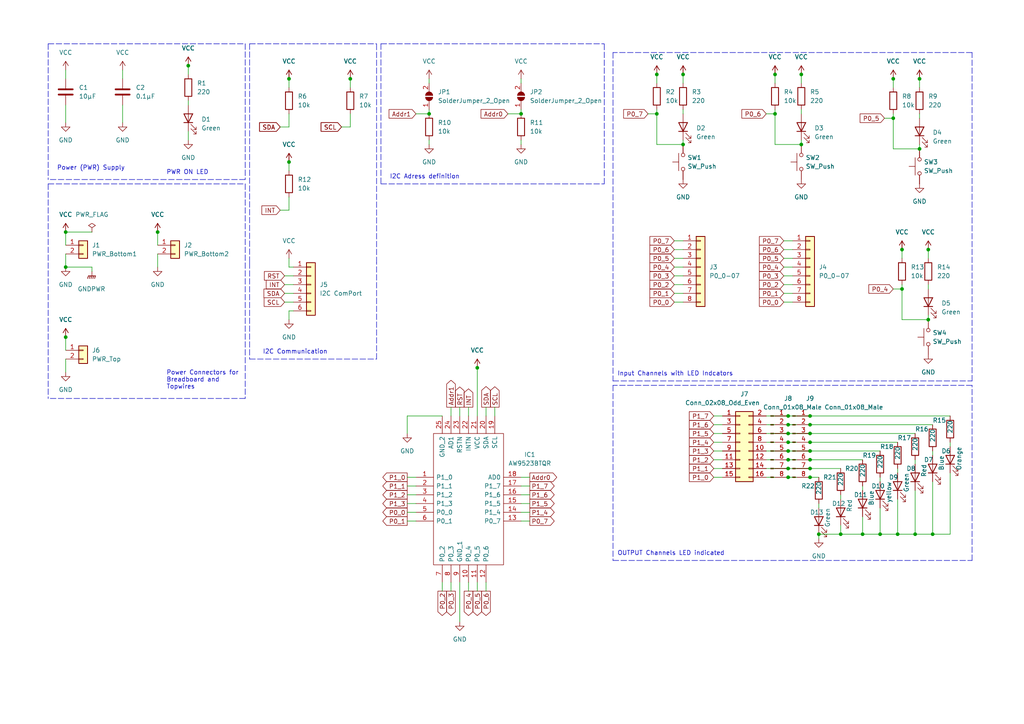
<source format=kicad_sch>
(kicad_sch (version 20211123) (generator eeschema)
  (paper "A4")
  (title_block (title "Feasibility GPIO Expander") (date "2022-02-17") (rev "v01") (comment 1 "Purpose: Execute the whole production pipline with an easy schematics") (comment 2 "Source https://learn.adafruit.com/adafruit-aw9523-gpio-expander-and-led-driver/") (comment 3 "Reflow Footprints"))
  (junction (at 19.05 97.79))
  (junction (at 224.79 21.59))
  (junction (at 261.62 72.39))
  (junction (at 234.95 133.35))
  (junction (at 270.51 154.94))
  (junction (at 234.95 128.27))
  (junction (at 124.46 33.02))
  (junction (at 228.6 135.89))
  (junction (at 198.12 41.91))
  (junction (at 228.6 128.27))
  (junction (at 228.6 123.19))
  (junction (at 259.08 34.29))
  (junction (at 250.19 154.94))
  (junction (at 83.82 22.86))
  (junction (at 269.24 72.39))
  (junction (at 269.24 92.71))
  (junction (at 224.79 33.02))
  (junction (at 237.49 154.94))
  (junction (at 266.7 43.18))
  (junction (at 45.72 67.31))
  (junction (at 232.41 41.91))
  (junction (at 243.84 154.94))
  (junction (at 151.13 33.02))
  (junction (at 234.95 135.89))
  (junction (at 261.62 83.82))
  (junction (at 190.5 33.02))
  (junction (at 228.6 133.35))
  (junction (at 228.6 138.43))
  (junction (at 260.35 154.94))
  (junction (at 266.7 22.86))
  (junction (at 228.6 130.81))
  (junction (at 234.95 138.43))
  (junction (at 255.27 154.94))
  (junction (at 19.05 67.31))
  (junction (at 190.5 21.59))
  (junction (at 54.61 19.05))
  (junction (at 234.95 125.73))
  (junction (at 234.95 130.81))
  (junction (at 228.6 125.73))
  (junction (at 228.6 120.65))
  (junction (at 234.95 120.65))
  (junction (at 234.95 123.19))
  (junction (at 259.08 22.86))
  (junction (at 101.6 22.86))
  (junction (at 19.05 77.47))
  (junction (at 198.12 21.59))
  (junction (at 232.41 21.59))
  (junction (at 138.43 106.68))
  (junction (at 265.43 154.94))
  (junction (at 83.82 46.99))
  (wire (pts (xy 45.72 73.66) (xy 45.72 77.47)))
  (wire (pts (xy 140.97 168.91) (xy 140.97 171.45)))
  (polyline (pts (xy 109.22 104.14) (xy 109.22 76.2)))
  (wire (pts (xy 26.67 78.74) (xy 26.67 77.47)))
  (wire (pts (xy 227.33 80.01) (xy 229.87 80.01)))
  (wire (pts (xy 222.25 135.89) (xy 228.6 135.89)))
  (wire (pts (xy 151.13 40.64) (xy 151.13 41.91)))
  (polyline (pts (xy 281.94 111.76) (xy 177.8 111.76)))
  (wire (pts (xy 266.7 22.86) (xy 266.7 25.4)))
  (wire (pts (xy 224.79 33.02) (xy 222.25 33.02)))
  (wire (pts (xy 259.08 22.86) (xy 259.08 25.4)))
  (wire (pts (xy 195.58 72.39) (xy 198.12 72.39)))
  (wire (pts (xy 195.58 80.01) (xy 198.12 80.01)))
  (wire (pts (xy 237.49 146.05) (xy 237.49 147.32)))
  (wire (pts (xy 243.84 143.51) (xy 243.84 144.78)))
  (wire (pts (xy 255.27 154.94) (xy 260.35 154.94)))
  (wire (pts (xy 151.13 151.13) (xy 153.67 151.13)))
  (wire (pts (xy 101.6 33.02) (xy 101.6 36.83)))
  (wire (pts (xy 82.55 80.01) (xy 85.09 80.01)))
  (wire (pts (xy 266.7 41.91) (xy 266.7 43.18)))
  (wire (pts (xy 151.13 138.43) (xy 153.67 138.43)))
  (wire (pts (xy 195.58 74.93) (xy 198.12 74.93)))
  (wire (pts (xy 234.95 130.81) (xy 255.27 130.81)))
  (wire (pts (xy 222.25 138.43) (xy 228.6 138.43)))
  (polyline (pts (xy 13.97 12.7) (xy 13.97 52.07)))
  (wire (pts (xy 261.62 82.55) (xy 261.62 83.82)))
  (wire (pts (xy 147.32 33.02) (xy 151.13 33.02)))
  (polyline (pts (xy 177.8 15.24) (xy 177.8 110.49)))
  (wire (pts (xy 85.09 77.47) (xy 83.82 77.47)))
  (wire (pts (xy 269.24 91.44) (xy 269.24 92.71)))
  (wire (pts (xy 207.01 133.35) (xy 209.55 133.35)))
  (polyline (pts (xy 177.8 111.76) (xy 177.8 162.56)))
  (wire (pts (xy 259.08 43.18) (xy 266.7 43.18)))
  (wire (pts (xy 130.81 168.91) (xy 130.81 171.45)))
  (wire (pts (xy 151.13 22.86) (xy 151.13 24.13)))
  (wire (pts (xy 270.51 139.7) (xy 270.51 154.94)))
  (wire (pts (xy 228.6 130.81) (xy 234.95 130.81)))
  (wire (pts (xy 222.25 120.65) (xy 228.6 120.65)))
  (wire (pts (xy 224.79 31.75) (xy 224.79 33.02)))
  (wire (pts (xy 85.09 90.17) (xy 83.82 90.17)))
  (wire (pts (xy 130.81 118.11) (xy 130.81 120.65)))
  (wire (pts (xy 234.95 123.19) (xy 270.51 123.19)))
  (wire (pts (xy 261.62 83.82) (xy 261.62 92.71)))
  (wire (pts (xy 118.11 140.97) (xy 120.65 140.97)))
  (wire (pts (xy 228.6 128.27) (xy 234.95 128.27)))
  (wire (pts (xy 269.24 72.39) (xy 269.24 74.93)))
  (wire (pts (xy 265.43 133.35) (xy 265.43 134.62)))
  (polyline (pts (xy 71.12 52.07) (xy 13.97 52.07)))
  (wire (pts (xy 195.58 69.85) (xy 198.12 69.85)))
  (wire (pts (xy 232.41 21.59) (xy 232.41 24.13)))
  (wire (pts (xy 207.01 135.89) (xy 209.55 135.89)))
  (wire (pts (xy 19.05 67.31) (xy 26.67 67.31)))
  (polyline (pts (xy 110.49 12.7) (xy 175.26 12.7)))
  (wire (pts (xy 207.01 123.19) (xy 209.55 123.19)))
  (wire (pts (xy 82.55 82.55) (xy 85.09 82.55)))
  (wire (pts (xy 269.24 82.55) (xy 269.24 83.82)))
  (wire (pts (xy 250.19 140.97) (xy 250.19 142.24)))
  (wire (pts (xy 237.49 154.94) (xy 237.49 156.21)))
  (wire (pts (xy 224.79 21.59) (xy 224.79 24.13)))
  (wire (pts (xy 259.08 34.29) (xy 256.54 34.29)))
  (wire (pts (xy 237.49 154.94) (xy 243.84 154.94)))
  (wire (pts (xy 120.65 33.02) (xy 124.46 33.02)))
  (polyline (pts (xy 110.49 12.7) (xy 110.49 53.34)))
  (wire (pts (xy 228.6 135.89) (xy 234.95 135.89)))
  (wire (pts (xy 151.13 140.97) (xy 153.67 140.97)))
  (wire (pts (xy 151.13 31.75) (xy 151.13 33.02)))
  (wire (pts (xy 101.6 36.83) (xy 99.06 36.83)))
  (wire (pts (xy 250.19 149.86) (xy 250.19 154.94)))
  (wire (pts (xy 234.95 138.43) (xy 237.49 138.43)))
  (wire (pts (xy 250.19 154.94) (xy 255.27 154.94)))
  (wire (pts (xy 151.13 148.59) (xy 153.67 148.59)))
  (wire (pts (xy 151.13 143.51) (xy 153.67 143.51)))
  (wire (pts (xy 234.95 120.65) (xy 275.59 120.65)))
  (wire (pts (xy 83.82 90.17) (xy 83.82 92.71)))
  (wire (pts (xy 198.12 31.75) (xy 198.12 33.02)))
  (wire (pts (xy 270.51 154.94) (xy 275.59 154.94)))
  (wire (pts (xy 198.12 40.64) (xy 198.12 41.91)))
  (wire (pts (xy 207.01 120.65) (xy 209.55 120.65)))
  (wire (pts (xy 224.79 41.91) (xy 232.41 41.91)))
  (wire (pts (xy 54.61 38.1) (xy 54.61 40.64)))
  (wire (pts (xy 227.33 87.63) (xy 229.87 87.63)))
  (wire (pts (xy 83.82 77.47) (xy 83.82 74.93)))
  (wire (pts (xy 83.82 57.15) (xy 83.82 60.96)))
  (wire (pts (xy 19.05 104.14) (xy 19.05 107.95)))
  (wire (pts (xy 35.56 20.32) (xy 35.56 22.86)))
  (wire (pts (xy 82.55 85.09) (xy 85.09 85.09)))
  (wire (pts (xy 228.6 120.65) (xy 234.95 120.65)))
  (wire (pts (xy 207.01 128.27) (xy 209.55 128.27)))
  (wire (pts (xy 224.79 33.02) (xy 224.79 41.91)))
  (wire (pts (xy 260.35 135.89) (xy 260.35 137.16)))
  (polyline (pts (xy 281.94 162.56) (xy 281.94 111.76)))
  (wire (pts (xy 261.62 72.39) (xy 261.62 74.93)))
  (wire (pts (xy 227.33 85.09) (xy 229.87 85.09)))
  (polyline (pts (xy 72.39 12.7) (xy 72.39 76.2)))
  (wire (pts (xy 19.05 97.79) (xy 19.05 101.6)))
  (wire (pts (xy 234.95 135.89) (xy 243.84 135.89)))
  (wire (pts (xy 133.35 168.91) (xy 133.35 180.34)))
  (wire (pts (xy 118.11 143.51) (xy 120.65 143.51)))
  (wire (pts (xy 190.5 33.02) (xy 190.5 41.91)))
  (wire (pts (xy 190.5 33.02) (xy 187.96 33.02)))
  (polyline (pts (xy 13.97 53.34) (xy 13.97 115.57)))
  (wire (pts (xy 207.01 130.81) (xy 209.55 130.81)))
  (wire (pts (xy 261.62 92.71) (xy 269.24 92.71)))
  (wire (pts (xy 228.6 123.19) (xy 234.95 123.19)))
  (wire (pts (xy 222.25 123.19) (xy 228.6 123.19)))
  (wire (pts (xy 228.6 133.35) (xy 234.95 133.35)))
  (polyline (pts (xy 72.39 12.7) (xy 109.22 12.7)))
  (wire (pts (xy 190.5 31.75) (xy 190.5 33.02)))
  (wire (pts (xy 118.11 138.43) (xy 120.65 138.43)))
  (polyline (pts (xy 72.39 104.14) (xy 109.22 104.14)))
  (wire (pts (xy 228.6 125.73) (xy 234.95 125.73)))
  (wire (pts (xy 124.46 31.75) (xy 124.46 33.02)))
  (wire (pts (xy 26.67 77.47) (xy 19.05 77.47)))
  (polyline (pts (xy 13.97 53.34) (xy 71.12 53.34)))
  (wire (pts (xy 275.59 137.16) (xy 275.59 154.94)))
  (wire (pts (xy 227.33 69.85) (xy 229.87 69.85)))
  (wire (pts (xy 222.25 128.27) (xy 228.6 128.27)))
  (wire (pts (xy 227.33 82.55) (xy 229.87 82.55)))
  (wire (pts (xy 45.72 67.31) (xy 45.72 71.12)))
  (wire (pts (xy 138.43 106.68) (xy 138.43 120.65)))
  (polyline (pts (xy 281.94 110.49) (xy 281.94 15.24)))
  (polyline (pts (xy 175.26 53.34) (xy 175.26 12.7)))
  (wire (pts (xy 143.51 118.11) (xy 143.51 120.65)))
  (wire (pts (xy 135.89 168.91) (xy 135.89 171.45)))
  (wire (pts (xy 227.33 74.93) (xy 229.87 74.93)))
  (wire (pts (xy 135.89 118.11) (xy 135.89 120.65)))
  (wire (pts (xy 195.58 85.09) (xy 198.12 85.09)))
  (wire (pts (xy 101.6 22.86) (xy 101.6 25.4)))
  (wire (pts (xy 124.46 40.64) (xy 124.46 41.91)))
  (polyline (pts (xy 109.22 76.2) (xy 109.22 12.7)))
  (wire (pts (xy 234.95 133.35) (xy 250.19 133.35)))
  (wire (pts (xy 227.33 77.47) (xy 229.87 77.47)))
  (polyline (pts (xy 72.39 76.2) (xy 72.39 104.14)))
  (wire (pts (xy 265.43 142.24) (xy 265.43 154.94)))
  (wire (pts (xy 19.05 30.48) (xy 19.05 35.56)))
  (wire (pts (xy 222.25 130.81) (xy 228.6 130.81)))
  (wire (pts (xy 19.05 67.31) (xy 19.05 71.12)))
  (wire (pts (xy 275.59 128.27) (xy 275.59 129.54)))
  (wire (pts (xy 195.58 87.63) (xy 198.12 87.63)))
  (wire (pts (xy 81.28 60.96) (xy 83.82 60.96)))
  (polyline (pts (xy 71.12 115.57) (xy 13.97 115.57)))
  (polyline (pts (xy 177.8 110.49) (xy 281.94 110.49)))
  (wire (pts (xy 198.12 21.59) (xy 198.12 24.13)))
  (wire (pts (xy 151.13 146.05) (xy 153.67 146.05)))
  (wire (pts (xy 195.58 82.55) (xy 198.12 82.55)))
  (wire (pts (xy 54.61 29.21) (xy 54.61 30.48)))
  (wire (pts (xy 243.84 152.4) (xy 243.84 154.94)))
  (wire (pts (xy 83.82 33.02) (xy 83.82 36.83)))
  (wire (pts (xy 19.05 73.66) (xy 19.05 77.47)))
  (polyline (pts (xy 110.49 53.34) (xy 175.26 53.34)))
  (wire (pts (xy 243.84 154.94) (xy 250.19 154.94)))
  (wire (pts (xy 261.62 83.82) (xy 259.08 83.82)))
  (wire (pts (xy 222.25 133.35) (xy 228.6 133.35)))
  (wire (pts (xy 228.6 138.43) (xy 234.95 138.43)))
  (wire (pts (xy 35.56 30.48) (xy 35.56 35.56)))
  (wire (pts (xy 124.46 22.86) (xy 124.46 24.13)))
  (wire (pts (xy 260.35 154.94) (xy 265.43 154.94)))
  (wire (pts (xy 83.82 46.99) (xy 83.82 49.53)))
  (wire (pts (xy 190.5 41.91) (xy 198.12 41.91)))
  (wire (pts (xy 195.58 77.47) (xy 198.12 77.47)))
  (wire (pts (xy 128.27 120.65) (xy 118.11 120.65)))
  (wire (pts (xy 82.55 87.63) (xy 85.09 87.63)))
  (wire (pts (xy 140.97 118.11) (xy 140.97 120.65)))
  (wire (pts (xy 81.28 36.83) (xy 83.82 36.83)))
  (wire (pts (xy 222.25 125.73) (xy 228.6 125.73)))
  (wire (pts (xy 19.05 20.32) (xy 19.05 22.86)))
  (wire (pts (xy 118.11 148.59) (xy 120.65 148.59)))
  (wire (pts (xy 232.41 31.75) (xy 232.41 33.02)))
  (wire (pts (xy 207.01 138.43) (xy 209.55 138.43)))
  (wire (pts (xy 138.43 168.91) (xy 138.43 171.45)))
  (wire (pts (xy 227.33 72.39) (xy 229.87 72.39)))
  (wire (pts (xy 270.51 130.81) (xy 270.51 132.08)))
  (wire (pts (xy 234.95 128.27) (xy 260.35 128.27)))
  (polyline (pts (xy 71.12 53.34) (xy 71.12 115.57)))
  (wire (pts (xy 232.41 40.64) (xy 232.41 41.91)))
  (wire (pts (xy 259.08 34.29) (xy 259.08 43.18)))
  (polyline (pts (xy 281.94 15.24) (xy 177.8 15.24)))
  (wire (pts (xy 207.01 125.73) (xy 209.55 125.73)))
  (wire (pts (xy 118.11 151.13) (xy 120.65 151.13)))
  (wire (pts (xy 259.08 33.02) (xy 259.08 34.29)))
  (wire (pts (xy 255.27 147.32) (xy 255.27 154.94)))
  (wire (pts (xy 190.5 21.59) (xy 190.5 24.13)))
  (polyline (pts (xy 13.97 12.7) (xy 71.12 12.7)))
  (wire (pts (xy 234.95 125.73) (xy 265.43 125.73)))
  (wire (pts (xy 128.27 168.91) (xy 128.27 171.45)))
  (wire (pts (xy 266.7 33.02) (xy 266.7 34.29)))
  (wire (pts (xy 54.61 19.05) (xy 54.61 21.59)))
  (wire (pts (xy 133.35 118.11) (xy 133.35 120.65)))
  (polyline (pts (xy 71.12 12.7) (xy 71.12 52.07)))
  (wire (pts (xy 260.35 144.78) (xy 260.35 154.94)))
  (polyline (pts (xy 177.8 162.56) (xy 281.94 162.56)))
  (wire (pts (xy 118.11 120.65) (xy 118.11 125.73)))
  (wire (pts (xy 118.11 146.05) (xy 120.65 146.05)))
  (wire (pts (xy 83.82 22.86) (xy 83.82 25.4)))
  (wire (pts (xy 255.27 138.43) (xy 255.27 139.7)))
  (wire (pts (xy 265.43 154.94) (xy 270.51 154.94)))
  (text "I2C Communication" (at 76.2 102.87 0) (effects (font (size 1.27 1.27)) (justify left bottom)))
  (text "PWR ON LED" (at 48.26 50.8 0) (effects (font (size 1.27 1.27)) (justify left bottom)))
  (text "Input Channels with LED Indcators" (at 179.07 109.22 0) (effects (font (size 1.27 1.27)) (justify left bottom)))
  (text "Power (PWR) Supply" (at 16.51 49.53 0) (effects (font (size 1.27 1.27)) (justify left bottom)))
  (text "I2C Adress definition" (at 113.03 52.07 0) (effects (font (size 1.27 1.27)) (justify left bottom)))
  (text "Power Connectors for\nBreadboard and\nTopwires" (at 48.26 113.03 0) (effects (font (size 1.27 1.27)) (justify left bottom)))
  (text "OUTPUT Channels LED indicated" (at 179.07 161.29 0) (effects (font (size 1.27 1.27)) (justify left bottom)))
  (global_label "P1_5" (shape output) (at 153.67 146.05 0) (property "Intersheet References" "${INTERSHEET_REFS}" (effects hide)))
  (global_label "P0_2" (shape input) (at 227.33 82.55 180) (property "Intersheet References" "${INTERSHEET_REFS}" (effects hide)))
  (global_label "P1_2" (shape input) (at 207.01 133.35 180) (property "Intersheet References" "${INTERSHEET_REFS}" (effects hide)))
  (global_label "P1_1" (shape input) (at 207.01 135.89 180) (property "Intersheet References" "${INTERSHEET_REFS}" (effects hide)))
  (global_label "P1_7" (shape output) (at 153.67 140.97 0) (property "Intersheet References" "${INTERSHEET_REFS}" (effects hide)))
  (global_label "P0_0" (shape input) (at 195.58 87.63 180) (property "Intersheet References" "${INTERSHEET_REFS}" (effects hide)))
  (global_label "P0_4" (shape output) (at 135.89 171.45 270) (property "Intersheet References" "${INTERSHEET_REFS}" (effects hide)))
  (global_label "SCL" (shape input) (at 82.55 87.63 180) (property "Intersheet References" "${INTERSHEET_REFS}" (effects hide)))
  (global_label "P1_4" (shape input) (at 207.01 128.27 180) (property "Intersheet References" "${INTERSHEET_REFS}" (effects hide)))
  (global_label "P0_6" (shape input) (at 227.33 72.39 180) (property "Intersheet References" "${INTERSHEET_REFS}" (effects hide)))
  (global_label "SDA" (shape input) (at 81.28 36.83 180) (property "Intersheet References" "${INTERSHEET_REFS}" (effects hide)))
  (global_label "P0_7" (shape input) (at 187.96 33.02 180) (property "Intersheet References" "${INTERSHEET_REFS}" (effects hide)))
  (global_label "P0_3" (shape input) (at 195.58 80.01 180) (property "Intersheet References" "${INTERSHEET_REFS}" (effects hide)))
  (global_label "P1_1" (shape output) (at 118.11 140.97 180) (property "Intersheet References" "${INTERSHEET_REFS}" (effects hide)))
  (global_label "RST" (shape input) (at 82.55 80.01 180) (property "Intersheet References" "${INTERSHEET_REFS}" (effects hide)))
  (global_label "P1_4" (shape output) (at 153.67 148.59 0) (property "Intersheet References" "${INTERSHEET_REFS}" (effects hide)))
  (global_label "P0_4" (shape input) (at 227.33 77.47 180) (property "Intersheet References" "${INTERSHEET_REFS}" (effects hide)))
  (global_label "P0_5" (shape input) (at 256.54 34.29 180) (property "Intersheet References" "${INTERSHEET_REFS}" (effects hide)))
  (global_label "P0_4" (shape input) (at 259.08 83.82 180) (property "Intersheet References" "${INTERSHEET_REFS}" (effects hide)))
  (global_label "INT" (shape input) (at 81.28 60.96 180) (property "Intersheet References" "${INTERSHEET_REFS}" (effects hide)))
  (global_label "Addr1" (shape output) (at 130.81 118.11 90) (property "Intersheet References" "${INTERSHEET_REFS}" (effects hide)))
  (global_label "P0_6" (shape output) (at 140.97 171.45 270) (property "Intersheet References" "${INTERSHEET_REFS}" (effects hide)))
  (global_label "SCL" (shape output) (at 143.51 118.11 90) (property "Intersheet References" "${INTERSHEET_REFS}" (effects hide)))
  (global_label "P1_5" (shape input) (at 207.01 125.73 180) (property "Intersheet References" "${INTERSHEET_REFS}" (effects hide)))
  (global_label "P0_1" (shape input) (at 227.33 85.09 180) (property "Intersheet References" "${INTERSHEET_REFS}" (effects hide)))
  (global_label "P1_0" (shape output) (at 118.11 138.43 180) (property "Intersheet References" "${INTERSHEET_REFS}" (effects hide)))
  (global_label "P0_6" (shape input) (at 195.58 72.39 180) (property "Intersheet References" "${INTERSHEET_REFS}" (effects hide)))
  (global_label "INT" (shape input) (at 82.55 82.55 180) (property "Intersheet References" "${INTERSHEET_REFS}" (effects hide)))
  (global_label "INT" (shape output) (at 135.89 118.11 90) (property "Intersheet References" "${INTERSHEET_REFS}" (effects hide)))
  (global_label "SCL" (shape input) (at 99.06 36.83 180) (property "Intersheet References" "${INTERSHEET_REFS}" (effects hide)))
  (global_label "P0_2" (shape output) (at 128.27 171.45 270) (property "Intersheet References" "${INTERSHEET_REFS}" (effects hide)))
  (global_label "Addr1" (shape input) (at 120.65 33.02 180) (property "Intersheet References" "${INTERSHEET_REFS}" (effects hide)))
  (global_label "P0_3" (shape output) (at 130.81 171.45 270) (property "Intersheet References" "${INTERSHEET_REFS}" (effects hide)))
  (global_label "P0_3" (shape input) (at 227.33 80.01 180) (property "Intersheet References" "${INTERSHEET_REFS}" (effects hide)))
  (global_label "P1_3" (shape output) (at 118.11 146.05 180) (property "Intersheet References" "${INTERSHEET_REFS}" (effects hide)))
  (global_label "P0_1" (shape output) (at 118.11 151.13 180) (property "Intersheet References" "${INTERSHEET_REFS}" (effects hide)))
  (global_label "P0_7" (shape input) (at 195.58 69.85 180) (property "Intersheet References" "${INTERSHEET_REFS}" (effects hide)))
  (global_label "SCL" (shape input) (at 99.06 36.83 180) (property "Intersheet References" "${INTERSHEET_REFS}" (effects hide)))
  (global_label "P0_0" (shape output) (at 118.11 148.59 180) (property "Intersheet References" "${INTERSHEET_REFS}" (effects hide)))
  (global_label "P1_3" (shape input) (at 207.01 130.81 180) (property "Intersheet References" "${INTERSHEET_REFS}" (effects hide)))
  (global_label "P1_7" (shape input) (at 207.01 120.65 180) (property "Intersheet References" "${INTERSHEET_REFS}" (effects hide)))
  (global_label "Addr0" (shape input) (at 147.32 33.02 180) (property "Intersheet References" "${INTERSHEET_REFS}" (effects hide)))
  (global_label "P0_5" (shape output) (at 138.43 171.45 270) (property "Intersheet References" "${INTERSHEET_REFS}" (effects hide)))
  (global_label "P1_0" (shape input) (at 207.01 138.43 180) (property "Intersheet References" "${INTERSHEET_REFS}" (effects hide)))
  (global_label "P0_7" (shape input) (at 227.33 69.85 180) (property "Intersheet References" "${INTERSHEET_REFS}" (effects hide)))
  (global_label "P1_6" (shape input) (at 207.01 123.19 180) (property "Intersheet References" "${INTERSHEET_REFS}" (effects hide)))
  (global_label "SDA" (shape input) (at 82.55 85.09 180) (property "Intersheet References" "${INTERSHEET_REFS}" (effects hide)))
  (global_label "P0_4" (shape input) (at 195.58 77.47 180) (property "Intersheet References" "${INTERSHEET_REFS}" (effects hide)))
  (global_label "P0_5" (shape input) (at 195.58 74.93 180) (property "Intersheet References" "${INTERSHEET_REFS}" (effects hide)))
  (global_label "P0_2" (shape input) (at 195.58 82.55 180) (property "Intersheet References" "${INTERSHEET_REFS}" (effects hide)))
  (global_label "P0_6" (shape input) (at 222.25 33.02 180) (property "Intersheet References" "${INTERSHEET_REFS}" (effects hide)))
  (global_label "SDA" (shape input) (at 81.28 36.83 180) (property "Intersheet References" "${INTERSHEET_REFS}" (effects hide)))
  (global_label "P0_1" (shape input) (at 195.58 85.09 180) (property "Intersheet References" "${INTERSHEET_REFS}" (effects hide)))
  (global_label "SDA" (shape output) (at 140.97 118.11 90) (property "Intersheet References" "${INTERSHEET_REFS}" (effects hide)))
  (global_label "P0_0" (shape input) (at 227.33 87.63 180) (property "Intersheet References" "${INTERSHEET_REFS}" (effects hide)))
  (global_label "P1_2" (shape output) (at 118.11 143.51 180) (property "Intersheet References" "${INTERSHEET_REFS}" (effects hide)))
  (global_label "P0_5" (shape input) (at 227.33 74.93 180) (property "Intersheet References" "${INTERSHEET_REFS}" (effects hide)))
  (global_label "Addr0" (shape output) (at 153.67 138.43 0) (property "Intersheet References" "${INTERSHEET_REFS}" (effects hide)))
  (global_label "P0_7" (shape output) (at 153.67 151.13 0) (property "Intersheet References" "${INTERSHEET_REFS}" (effects hide)))
  (global_label "RST" (shape output) (at 133.35 118.11 90) (property "Intersheet References" "${INTERSHEET_REFS}" (effects hide)))
  (global_label "P1_6" (shape output) (at 153.67 143.51 0) (property "Intersheet References" "${INTERSHEET_REFS}" (effects hide)))
  (symbol (lib_id "Device:R") (at 275.59 124.46 0) (unit 1)
    (property "Reference" "R15" (at 270.51 121.92 0) (effects (justify left)))
    (property "Value" "220" (at 275.59 125.73 90) (effects (justify left)))
    (property "Footprint" "Resistor_SMD:R_0805_2012Metric" (effects hide))
    (property "Manufacturer_Part_Number" "ERJ-U06J221V" (effects hide))
    (property "LCSC" "ERJ-U06J221V" (effects hide))
  )
  (symbol (lib_id "power:GNDPWR") (at 26.67 78.74 0) (unit 1)
    (property "Reference" "#PWR044" (effects hide))
    (property "Value" "GNDPWR" (at 26.543 83.82 0))
  )
  (symbol (lib_id "power:VCC") (at 83.82 74.93 0) (unit 1)
    (property "Reference" "#PWR041" (effects hide))
    (property "Value" "VCC" (at 83.82 69.85 0))
  )
  (symbol (lib_id "Device:R") (at 255.27 134.62 0) (unit 1)
    (property "Reference" "R19" (at 250.19 132.08 0) (effects (justify left)))
    (property "Value" "220" (at 255.27 135.89 90) (effects (justify left)))
    (property "Footprint" "Resistor_SMD:R_0805_2012Metric" (effects hide))
    (property "Manufacturer_Part_Number" "ERJ-U06J221V" (effects hide))
    (property "LCSC" "ERJ-U06J221V" (effects hide))
  )
  (symbol (lib_id "Device:C") (at 35.56 26.67 0) (unit 1)
    (property "Reference" "C2" (at 39.37 25.3999 0) (effects (justify left)))
    (property "Value" "0.1µF" (at 39.37 27.9399 0) (effects (justify left)))
    (property "Footprint" "Capacitor_SMD:C_0805_2012Metric" (effects hide))
    (property "PartNumber" "C0805C104K5RAC7411" (effects hide))
    (property "Manufacturer_Part_Number" "C0805C104K5RAC7411" (effects hide))
    (property "LCSC" "C0805C104K5RAC7411" (effects hide))
  )
  (symbol (lib_id "power:VCC") (at 83.82 46.99 0) (unit 1)
    (property "Reference" "#PWR028" (effects hide))
    (property "Value" "VCC" (at 83.82 41.91 0))
  )
  (symbol (lib_id "Device:LED") (at 270.51 135.89 90) (unit 1)
    (property "Reference" "D7" (at 267.97 133.35 90) (effects (justify right)))
    (property "Value" "Blue" (at 273.05 132.08 0) (effects (justify right)))
    (property "Footprint" "LED_SMD:LED_0805_2012Metric" (effects hide))
    (property "Manufacturer_Part_Number" "APTD2012LVBC/D" (effects hide))
    (property "LCSC" "APTD2012LVBC/D" (effects hide))
  )
  (symbol (lib_id "Jumper:SolderJumper_2_Open") (at 151.13 27.94 90) (unit 1)
    (property "Reference" "JP2" (at 153.67 26.6699 90) (effects (justify right)))
    (property "Value" "SolderJumper_2_Open" (at 153.67 29.2099 90) (effects (justify right)))
    (property "Footprint" "Jumper:SolderJumper-2_P1.3mm_Open_TrianglePad1.0x1.5mm" (effects hide))
  )
  (symbol (lib_id "Device:R") (at 190.5 27.94 0) (unit 1)
    (property "Reference" "R2" (at 193.04 26.6699 0) (effects (justify left)))
    (property "Value" "10k" (at 193.04 29.2099 0) (effects (justify left)))
    (property "Footprint" "Resistor_SMD:R_0805_2012Metric" (effects hide))
    (property "Manufacturer_Part_Number" "ERJ-6GEYJ103V " (effects hide))
    (property "LCSC" "ERJ-6GEYJ103V " (effects hide))
  )
  (symbol (lib_id "power:GND") (at 83.82 92.71 0) (unit 1)
    (property "Reference" "#PWR045" (effects hide))
    (property "Value" "GND" (at 83.82 97.79 0))
  )
  (symbol (lib_id "power:VCC") (at 266.7 22.86 0) (unit 1)
    (property "Reference" "#PWR021" (effects hide))
    (property "Value" "VCC" (at 266.7 17.78 0))
  )
  (symbol (lib_id "power:VCC") (at 198.12 21.59 0) (unit 1)
    (property "Reference" "#PWR07" (effects hide))
    (property "Value" "VCC" (at 198.12 16.51 0))
  )
  (symbol (lib_id "Connector_Generic:Conn_02x08_Odd_Even") (at 214.63 128.27 0) (unit 1)
    (property "Reference" "J7" (at 215.9 114.3 0))
    (property "Value" "Conn_02x08_Odd_Even" (at 209.55 116.84 0))
    (property "Footprint" "Connector_PinHeader_2.54mm:PinHeader_2x08_P2.54mm_Vertical" (effects hide))
    (property "Manufacturer_Part_Number" "5-146265-4 " (effects hide))
    (property "LCSC" "5-146265-4 " (effects hide))
  )
  (symbol (lib_id "Connector_Generic:Conn_01x02") (at 50.8 71.12 0) (unit 1)
    (property "Reference" "J2" (at 53.34 71.1199 0) (effects (justify left)))
    (property "Value" "PWR_Bottom2" (at 53.34 73.6599 0) (effects (justify left)))
    (property "Footprint" "Connector_PinHeader_2.54mm:PinHeader_1x02_P2.54mm_Vertical" (effects hide))
  )
  (symbol (lib_id "Connector_Generic:Conn_01x08") (at 234.95 77.47 0) (unit 1)
    (property "Reference" "J4" (at 237.49 77.4699 0) (effects (justify left)))
    (property "Value" "P0_0-07" (at 237.49 80.0099 0) (effects (justify left)))
    (property "Footprint" "Connector_PinHeader_2.54mm:PinHeader_1x08_P2.54mm_Vertical" (effects hide))
    (property "Manufacturer_Part_Number" "M20-9990846 " (effects hide))
    (property "LCSC" "M20-9990846 " (effects hide))
  )
  (symbol (lib_id "Switch:SW_Push") (at 232.41 46.99 90) (unit 1)
    (property "Reference" "SW2" (at 233.68 45.7199 90) (effects (justify right)))
    (property "Value" "SW_Push" (at 233.68 48.2599 90) (effects (justify right)))
    (property "Footprint" "SamacSys_Parts:314375650" (effects hide))
    (property "Datasheet" "https://www.te.com/commerce/DocumentDelivery/DDEController?Action=showdoc&DocId=Customer+Drawing%7F2-1437565-7%7FV%7Fpdf%7FEnglish%7FENG_CD_2-1437565-7_V.pdf%7F3-1437565-0" (effects hide))
    (property "Source" "https://componentsearchengine.com/part-view/3-1437565-0/TE%20Connectivity" (effects hide))
    (property "Manufacturer_Part_Number" "3-1437565-0 " (effects hide))
    (property "LCSC" "3-1437565-0 " (effects hide))
  )
  (symbol (lib_id "Switch:SW_Push") (at 269.24 97.79 90) (unit 1)
    (property "Reference" "SW4" (at 270.51 96.5199 90) (effects (justify right)))
    (property "Value" "SW_Push" (at 270.51 99.0599 90) (effects (justify right)))
    (property "Footprint" "SamacSys_Parts:314375650" (effects hide))
    (property "Datasheet" "https://www.te.com/commerce/DocumentDelivery/DDEController?Action=showdoc&DocId=Customer+Drawing%7F2-1437565-7%7FV%7Fpdf%7FEnglish%7FENG_CD_2-1437565-7_V.pdf%7F3-1437565-0" (effects hide))
    (property "Source" "https://componentsearchengine.com/part-view/3-1437565-0/TE%20Connectivity" (effects hide))
    (property "Manufacturer_Part_Number" "3-1437565-0 " (effects hide))
    (property "LCSC" "3-1437565-0 " (effects hide))
  )
  (symbol (lib_id "power:GND") (at 198.12 52.07 0) (unit 1)
    (property "Reference" "#PWR030" (effects hide))
    (property "Value" "GND" (at 198.12 57.15 0))
  )
  (symbol (lib_id "power:VCC") (at 19.05 20.32 0) (unit 1)
    (property "Reference" "#PWR03" (effects hide))
    (property "Value" "VCC" (at 19.05 15.24 0))
  )
  (symbol (lib_id "Device:LED") (at 260.35 140.97 90) (unit 1)
    (property "Reference" "D9" (at 257.81 138.43 90) (effects (justify right)))
    (property "Value" "Green" (at 262.89 137.16 0) (effects (justify right)))
    (property "Footprint" "LED_SMD:LED_0805_2012Metric" (effects hide))
    (property "Manufacturer_Part_Number" "APTD2012LZGCK" (effects hide))
    (property "LCSC" "APTD2012LZGCK" (effects hide))
  )
  (symbol (lib_id "power:VCC") (at 151.13 22.86 0) (unit 1)
    (property "Reference" "#PWR018" (effects hide))
    (property "Value" "VCC" (at 151.13 17.78 0))
  )
  (symbol (lib_id "Device:LED") (at 269.24 87.63 90) (unit 1)
    (property "Reference" "D5" (at 273.05 87.9474 90) (effects (justify right)))
    (property "Value" "Green" (at 273.05 90.4874 90) (effects (justify right)))
    (property "Footprint" "LED_SMD:LED_0805_2012Metric" (effects hide))
    (property "Manufacturer_Part_Number" "APTD2012LZGCK" (effects hide))
    (property "LCSC" "APTD2012LZGCK" (effects hide))
  )
  (symbol (lib_id "Connector_Generic:Conn_01x06") (at 90.17 82.55 0) (unit 1)
    (property "Reference" "J5" (at 92.71 82.5499 0) (effects (justify left)))
    (property "Value" "I2C ComPort" (at 92.71 85.0899 0) (effects (justify left)))
    (property "Footprint" "Connector_PinHeader_2.54mm:PinHeader_1x06_P2.54mm_Vertical" (effects hide))
  )
  (symbol (lib_id "power:VCC") (at 45.72 67.31 0) (unit 1)
    (property "Reference" "#PWR035" (effects hide))
    (property "Value" "VCC" (at 45.72 62.23 0))
  )
  (symbol (lib_id "power:VCC") (at 266.7 22.86 0) (unit 1)
    (property "Reference" "#PWR022" (effects hide))
    (property "Value" "VCC" (at 266.7 17.78 0))
  )
  (symbol (lib_id "power:GND") (at 266.7 53.34 0) (unit 1)
    (property "Reference" "#PWR032" (effects hide))
    (property "Value" "GND" (at 266.7 58.42 0))
  )
  (symbol (lib_id "Device:LED") (at 265.43 138.43 90) (unit 1)
    (property "Reference" "D8" (at 262.89 135.89 90) (effects (justify right)))
    (property "Value" "Red" (at 267.97 134.62 0) (effects (justify right)))
    (property "Footprint" "LED_SMD:LED_0805_2012Metric" (effects hide))
    (property "Manufacturer_Part_Number" "APTD2012LSURCK" (effects hide))
    (property "LCSC" "APTD2012LSURCK" (effects hide))
  )
  (symbol (lib_id "power:GND") (at 19.05 35.56 0) (unit 1)
    (property "Reference" "#PWR023" (effects hide))
    (property "Value" "GND" (at 19.05 40.64 0))
  )
  (symbol (lib_id "Device:R") (at 54.61 25.4 0) (unit 1)
    (property "Reference" "R1" (at 57.15 24.1299 0) (effects (justify left)))
    (property "Value" "220" (at 57.15 26.6699 0) (effects (justify left)))
    (property "Footprint" "Resistor_SMD:R_0805_2012Metric" (effects hide))
    (property "Manufacturer_Part_Number" "ERJ-U06J221V" (effects hide))
    (property "LCSC" "ERJ-U06J221V" (effects hide))
  )
  (symbol (lib_id "power:PWR_FLAG") (at 26.67 67.31 0) (unit 1)
    (property "Reference" "#FLG01" (effects hide))
    (property "Value" "PWR_FLAG" (at 26.67 62.23 0))
  )
  (symbol (lib_id "Device:LED") (at 232.41 36.83 90) (unit 1)
    (property "Reference" "D3" (at 236.22 37.1474 90) (effects (justify right)))
    (property "Value" "Green" (at 236.22 39.6874 90) (effects (justify right)))
    (property "Footprint" "LED_SMD:LED_0805_2012Metric" (effects hide))
    (property "Manufacturer_Part_Number" "APTD2012LZGCK" (effects hide))
    (property "LCSC" "APTD2012LZGCK" (effects hide))
  )
  (symbol (lib_id "Device:LED") (at 237.49 151.13 90) (unit 1)
    (property "Reference" "D13" (at 234.95 148.59 90) (effects (justify right)))
    (property "Value" "Green" (at 240.03 147.32 0) (effects (justify right)))
    (property "Footprint" "LED_SMD:LED_0805_2012Metric" (effects hide))
    (property "Manufacturer_Part_Number" "APTD2012LZGCK" (effects hide))
    (property "LCSC" "APTD2012LZGCK" (effects hide))
  )
  (symbol (lib_id "power:VCC") (at 269.24 72.39 0) (unit 1)
    (property "Reference" "#PWR039" (effects hide))
    (property "Value" "VCC" (at 269.24 67.31 0))
  )
  (symbol (lib_id "power:GND") (at 269.24 102.87 0) (unit 1)
    (property "Reference" "#PWR048" (effects hide))
    (property "Value" "GND" (at 269.24 107.95 0))
  )
  (symbol (lib_id "Device:R") (at 260.35 132.08 0) (unit 1)
    (property "Reference" "R18" (at 255.27 129.54 0) (effects (justify left)))
    (property "Value" "220" (at 260.35 133.35 90) (effects (justify left)))
    (property "Footprint" "Resistor_SMD:R_0805_2012Metric" (effects hide))
    (property "Manufacturer_Part_Number" "ERJ-U06J221V" (effects hide))
    (property "LCSC" "ERJ-U06J221V" (effects hide))
  )
  (symbol (lib_id "power:VCC") (at 54.61 19.05 0) (unit 1)
    (property "Reference" "#PWR01" (effects hide))
    (property "Value" "VCC" (at 54.61 13.97 0))
  )
  (symbol (lib_id "power:GND") (at 133.35 180.34 0) (unit 1)
    (property "Reference" "#PWR054" (effects hide))
    (property "Value" "GND" (at 133.35 185.42 0))
  )
  (symbol (lib_id "power:GND") (at 124.46 41.91 0) (unit 1)
    (property "Reference" "#PWR026" (effects hide))
    (property "Value" "GND" (at 124.46 46.99 0))
  )
  (symbol (lib_id "Device:LED") (at 255.27 143.51 90) (unit 1)
    (property "Reference" "D10" (at 252.73 140.97 90) (effects (justify right)))
    (property "Value" "yellow" (at 257.81 139.7 0) (effects (justify right)))
    (property "Footprint" "LED_SMD:LED_0805_2012Metric" (effects hide))
    (property "Manufacturer_Part_Number" "APTD2012LSYCK" (effects hide))
    (property "LCSC" "APTD2012LSYCK" (effects hide))
  )
  (symbol (lib_id "power:VCC") (at 259.08 22.86 0) (unit 1)
    (property "Reference" "#PWR019" (effects hide))
    (property "Value" "VCC" (at 259.08 17.78 0))
  )
  (symbol (lib_id "Jumper:SolderJumper_2_Open") (at 124.46 27.94 90) (unit 1)
    (property "Reference" "JP1" (at 127 26.6699 90) (effects (justify right)))
    (property "Value" "SolderJumper_2_Open" (at 127 29.2099 90) (effects (justify right)))
    (property "Footprint" "Jumper:SolderJumper-2_P1.3mm_Open_TrianglePad1.0x1.5mm" (effects hide))
  )
  (symbol (lib_id "power:VCC") (at 83.82 46.99 0) (unit 1)
    (property "Reference" "#PWR029" (effects hide))
    (property "Value" "VCC" (at 83.82 41.91 0))
  )
  (symbol (lib_id "Connector_Generic:Conn_01x08") (at 203.2 77.47 0) (unit 1)
    (property "Reference" "J3" (at 205.74 77.4699 0) (effects (justify left)))
    (property "Value" "P0_0-07" (at 205.74 80.0099 0) (effects (justify left)))
    (property "Footprint" "Connector_PinHeader_2.54mm:PinHeader_1x08_P2.54mm_Vertical" (effects hide))
  )
  (symbol (lib_id "power:VCC") (at 83.82 22.86 0) (unit 1)
    (property "Reference" "#PWR013" (effects hide))
    (property "Value" "VCC" (at 83.82 17.78 0))
  )
  (symbol (lib_id "Switch:SW_Push") (at 198.12 46.99 90) (unit 1)
    (property "Reference" "SW1" (at 199.39 45.7199 90) (effects (justify right)))
    (property "Value" "SW_Push" (at 199.39 48.2599 90) (effects (justify right)))
    (property "Footprint" "SamacSys_Parts:314375650" (effects hide))
    (property "Datasheet" "https://www.te.com/commerce/DocumentDelivery/DDEController?Action=showdoc&DocId=Customer+Drawing%7F2-1437565-7%7FV%7Fpdf%7FEnglish%7FENG_CD_2-1437565-7_V.pdf%7F3-1437565-0" (effects hide))
    (property "Source" "https://componentsearchengine.com/part-view/3-1437565-0/TE%20Connectivity" (effects hide))
    (property "Manufacturer_Part_Number" "3-1437565-0 " (effects hide))
    (property "LCSC" "3-1437565-0 " (effects hide))
  )
  (symbol (lib_id "power:VCC") (at 269.24 72.39 0) (unit 1)
    (property "Reference" "#PWR040" (effects hide))
    (property "Value" "VCC" (at 269.24 67.31 0))
  )
  (symbol (lib_id "Device:R") (at 265.43 129.54 0) (unit 1)
    (property "Reference" "R17" (at 260.35 127 0) (effects (justify left)))
    (property "Value" "220" (at 265.43 130.81 90) (effects (justify left)))
    (property "Footprint" "Resistor_SMD:R_0805_2012Metric" (effects hide))
    (property "Manufacturer_Part_Number" "ERJ-U06J221V" (effects hide))
    (property "LCSC" "ERJ-U06J221V" (effects hide))
  )
  (symbol (lib_id "Device:R") (at 270.51 127 0) (unit 1)
    (property "Reference" "R16" (at 265.43 124.46 0) (effects (justify left)))
    (property "Value" "220" (at 270.51 128.27 90) (effects (justify left)))
    (property "Footprint" "Resistor_SMD:R_0805_2012Metric" (effects hide))
    (property "Manufacturer_Part_Number" "ERJ-U06J221V" (effects hide))
    (property "LCSC" "ERJ-U06J221V" (effects hide))
  )
  (symbol (lib_id "Device:R") (at 237.49 142.24 0) (unit 1)
    (property "Reference" "R22" (at 232.41 140.97 0) (effects (justify left)))
    (property "Value" "220" (at 237.49 143.51 90) (effects (justify left)))
    (property "Footprint" "Resistor_SMD:R_0805_2012Metric" (effects hide))
    (property "Manufacturer_Part_Number" "ERJ-U06J221V" (effects hide))
    (property "LCSC" "ERJ-U06J221V" (effects hide))
  )
  (symbol (lib_id "Device:R") (at 243.84 139.7 0) (unit 1)
    (property "Reference" "R21" (at 238.76 138.43 0) (effects (justify left)))
    (property "Value" "220" (at 243.84 140.97 90) (effects (justify left)))
    (property "Footprint" "Resistor_SMD:R_0805_2012Metric" (effects hide))
    (property "Manufacturer_Part_Number" "ERJ-U06J221V" (effects hide))
    (property "LCSC" "ERJ-U06J221V" (effects hide))
  )
  (symbol (lib_id "power:VCC") (at 101.6 22.86 0) (unit 1)
    (property "Reference" "#PWR015" (effects hide))
    (property "Value" "VCC" (at 101.6 17.78 0))
  )
  (symbol (lib_id "Device:R") (at 83.82 53.34 0) (unit 1)
    (property "Reference" "R12" (at 86.36 52.0699 0) (effects (justify left)))
    (property "Value" "10k" (at 86.36 54.6099 0) (effects (justify left)))
    (property "Footprint" "Resistor_SMD:R_0805_2012Metric" (effects hide))
    (property "Manufacturer_Part_Number" "ERJ-6GEYJ103V " (effects hide))
    (property "LCSC" "ERJ-6GEYJ103V " (effects hide))
  )
  (symbol (lib_id "power:VCC") (at 45.72 67.31 0) (unit 1)
    (property "Reference" "#PWR036" (effects hide))
    (property "Value" "VCC" (at 45.72 62.23 0))
  )
  (symbol (lib_id "Device:R") (at 250.19 137.16 0) (unit 1)
    (property "Reference" "R20" (at 245.11 135.89 0) (effects (justify left)))
    (property "Value" "220" (at 250.19 138.43 90) (effects (justify left)))
    (property "Footprint" "Resistor_SMD:R_0805_2012Metric" (effects hide))
    (property "Manufacturer_Part_Number" "ERJ-U06J221V" (effects hide))
    (property "LCSC" "ERJ-U06J221V" (effects hide))
  )
  (symbol (lib_id "Device:LED") (at 266.7 38.1 90) (unit 1)
    (property "Reference" "D4" (at 270.51 38.4174 90) (effects (justify right)))
    (property "Value" "Green" (at 270.51 40.9574 90) (effects (justify right)))
    (property "Footprint" "LED_SMD:LED_0805_2012Metric" (effects hide))
    (property "Manufacturer_Part_Number" "APTD2012LZGCK" (effects hide))
    (property "LCSC" "APTD2012LZGCK" (effects hide))
  )
  (symbol (lib_id "power:GND") (at 237.49 156.21 0) (unit 1)
    (property "Reference" "#PWR053" (effects hide))
    (property "Value" "GND" (at 237.49 161.29 0))
  )
  (symbol (lib_id "power:GND") (at 151.13 41.91 0) (unit 1)
    (property "Reference" "#PWR027" (effects hide))
    (property "Value" "GND" (at 151.13 46.99 0))
  )
  (symbol (lib_id "power:GND") (at 19.05 107.95 0) (unit 1)
    (property "Reference" "#PWR051" (effects hide))
    (property "Value" "GND" (at 19.05 113.03 0))
  )
  (symbol (lib_id "Device:R") (at 266.7 29.21 0) (unit 1)
    (property "Reference" "R9" (at 269.24 27.9399 0) (effects (justify left)))
    (property "Value" "220" (at 269.24 30.4799 0) (effects (justify left)))
    (property "Footprint" "Resistor_SMD:R_0805_2012Metric" (effects hide))
    (property "Manufacturer_Part_Number" "ERJ-U06J221V" (effects hide))
    (property "LCSC" "ERJ-U06J221V" (effects hide))
  )
  (symbol (lib_id "Device:LED") (at 250.19 146.05 90) (unit 1)
    (property "Reference" "D11" (at 247.65 143.51 90) (effects (justify right)))
    (property "Value" "Blue" (at 252.73 142.24 0) (effects (justify right)))
    (property "Footprint" "LED_SMD:LED_0805_2012Metric" (effects hide))
    (property "Manufacturer_Part_Number" "APTD2012LVBC/D" (effects hide))
    (property "LCSC" "APTD2012LVBC/D" (effects hide))
  )
  (symbol (lib_id "Device:R") (at 124.46 36.83 0) (unit 1)
    (property "Reference" "R10" (at 127 35.5599 0) (effects (justify left)))
    (property "Value" "10k" (at 127 38.0999 0) (effects (justify left)))
    (property "Footprint" "Resistor_SMD:R_0805_2012Metric" (effects hide))
    (property "Manufacturer_Part_Number" "ERJ-6GEYJ103V " (effects hide))
    (property "LCSC" "ERJ-6GEYJ103V " (effects hide))
  )
  (symbol (lib_id "Device:LED") (at 275.59 133.35 90) (unit 1)
    (property "Reference" "D6" (at 273.05 130.81 90) (effects (justify right)))
    (property "Value" "Orange" (at 278.13 129.54 0) (effects (justify right)))
    (property "Footprint" "LED_SMD:LED_0805_2012Metric" (effects hide))
    (property "Manufacturer_Part_Number" "APT2012LSECK/J4-PRV" (effects hide))
    (property "LCSC" "APT2012LSECK/J4-PRV" (effects hide))
  )
  (symbol (lib_id "Connector_Generic:Conn_01x02") (at 24.13 101.6 0) (unit 1)
    (property "Reference" "J6" (at 26.67 101.5999 0) (effects (justify left)))
    (property "Value" "PWR_Top" (at 26.67 104.1399 0) (effects (justify left)))
    (property "Footprint" "Connector_PinHeader_2.54mm:PinHeader_1x02_P2.54mm_Vertical" (effects hide))
  )
  (symbol (lib_id "power:VCC") (at 224.79 21.59 0) (unit 1)
    (property "Reference" "#PWR09" (effects hide))
    (property "Value" "VCC" (at 224.79 16.51 0))
  )
  (symbol (lib_id "power:VCC") (at 124.46 22.86 0) (unit 1)
    (property "Reference" "#PWR017" (effects hide))
    (property "Value" "VCC" (at 124.46 17.78 0))
  )
  (symbol (lib_id "Connector_Generic:Conn_01x02") (at 24.13 71.12 0) (unit 1)
    (property "Reference" "J1" (at 26.67 71.1199 0) (effects (justify left)))
    (property "Value" "PWR_Bottom1" (at 26.67 73.6599 0) (effects (justify left)))
    (property "Footprint" "Connector_PinHeader_2.54mm:PinHeader_1x02_P2.54mm_Vertical" (effects hide))
  )
  (symbol (lib_id "Switch:SW_Push") (at 266.7 48.26 90) (unit 1)
    (property "Reference" "SW3" (at 267.97 46.9899 90) (effects (justify right)))
    (property "Value" "SW_Push" (at 267.97 49.5299 90) (effects (justify right)))
    (property "Footprint" "SamacSys_Parts:314375650" (effects hide))
    (property "Datasheet" "https://www.te.com/commerce/DocumentDelivery/DDEController?Action=showdoc&DocId=Customer+Drawing%7F2-1437565-7%7FV%7Fpdf%7FEnglish%7FENG_CD_2-1437565-7_V.pdf%7F3-1437565-0" (effects hide))
    (property "Source" "https://componentsearchengine.com/part-view/3-1437565-0/TE%20Connectivity" (effects hide))
    (property "Manufacturer_Part_Number" "3-1437565-0 " (effects hide))
    (property "LCSC" "3-1437565-0 " (effects hide))
  )
  (symbol (lib_id "power:GND") (at 118.11 125.73 0) (unit 1)
    (property "Reference" "#PWR052" (effects hide))
    (property "Value" "GND" (at 118.11 130.81 0))
  )
  (symbol (lib_id "Device:R") (at 198.12 27.94 0) (unit 1)
    (property "Reference" "R3" (at 200.66 26.6699 0) (effects (justify left)))
    (property "Value" "220" (at 200.66 29.2099 0) (effects (justify left)))
    (property "Footprint" "Resistor_SMD:R_0805_2012Metric" (effects hide))
    (property "Manufacturer_Part_Number" "ERJ-U06J221V" (effects hide))
    (property "LCSC" "ERJ-U06J221V" (effects hide))
  )
  (symbol (lib_id "Device:R") (at 261.62 78.74 0) (unit 1)
    (property "Reference" "R13" (at 264.16 77.4699 0) (effects (justify left)))
    (property "Value" "10k" (at 264.16 80.0099 0) (effects (justify left)))
    (property "Footprint" "Resistor_SMD:R_0805_2012Metric" (effects hide))
    (property "Manufacturer_Part_Number" "ERJ-6GEYJ103V " (effects hide))
    (property "LCSC" "ERJ-6GEYJ103V " (effects hide))
  )
  (symbol (lib_id "power:VCC") (at 35.56 20.32 0) (unit 1)
    (property "Reference" "#PWR04" (effects hide))
    (property "Value" "VCC" (at 35.56 15.24 0))
  )
  (symbol (lib_id "power:GND") (at 35.56 35.56 0) (unit 1)
    (property "Reference" "#PWR024" (effects hide))
    (property "Value" "GND" (at 35.56 40.64 0))
  )
  (symbol (lib_id "power:VCC") (at 19.05 97.79 0) (unit 1)
    (property "Reference" "#PWR046" (effects hide))
    (property "Value" "VCC" (at 19.05 92.71 0))
  )
  (symbol (lib_id "Device:R") (at 83.82 29.21 0) (unit 1)
    (property "Reference" "R6" (at 86.36 27.9399 0) (effects (justify left)))
    (property "Value" "10k" (at 86.36 30.4799 0) (effects (justify left)))
    (property "Footprint" "Resistor_SMD:R_0805_2012Metric" (effects hide))
    (property "Manufacturer_Part_Number" "ERJ-6GEYJ103V " (effects hide))
    (property "LCSC" "ERJ-6GEYJ103V " (effects hide))
  )
  (symbol (lib_id "power:VCC") (at 198.12 21.59 0) (unit 1)
    (property "Reference" "#PWR08" (effects hide))
    (property "Value" "VCC" (at 198.12 16.51 0))
  )
  (symbol (lib_id "power:VCC") (at 232.41 21.59 0) (unit 1)
    (property "Reference" "#PWR011" (effects hide))
    (property "Value" "VCC" (at 232.41 16.51 0))
  )
  (symbol (lib_id "power:VCC") (at 54.61 19.05 0) (unit 1)
    (property "Reference" "#PWR02" (effects hide))
    (property "Value" "VCC" (at 54.61 13.97 0))
  )
  (symbol (lib_id "power:VCC") (at 83.82 22.86 0) (unit 1)
    (property "Reference" "#PWR014" (effects hide))
    (property "Value" "VCC" (at 83.82 17.78 0))
  )
  (symbol (lib_id "Device:C") (at 19.05 26.67 0) (unit 1)
    (property "Reference" "C1" (at 22.86 25.3999 0) (effects (justify left)))
    (property "Value" "10µF" (at 22.86 27.9399 0) (effects (justify left)))
    (property "Footprint" "Capacitor_SMD:C_0805_2012Metric" (effects hide))
    (property "Manufacturer_Part_Number" "LMK212ABJ106KG8T" (effects hide))
    (property "LCSC" "LMK212ABJ106KG8T" (effects hide))
  )
  (symbol (lib_id "Device:LED") (at 198.12 36.83 90) (unit 1)
    (property "Reference" "D2" (at 201.93 37.1474 90) (effects (justify right)))
    (property "Value" "Green" (at 201.93 39.6874 90) (effects (justify right)))
    (property "Footprint" "LED_SMD:LED_0805_2012Metric" (effects hide))
    (property "Manufacturer_Part_Number" "APTD2012LZGCK" (effects hide))
    (property "LCSC" "APTD2012LZGCK" (effects hide))
  )
  (symbol (lib_id "power:VCC") (at 259.08 22.86 0) (unit 1)
    (property "Reference" "#PWR020" (effects hide))
    (property "Value" "VCC" (at 259.08 17.78 0))
  )
  (symbol (lib_id "SamacSys_Parts:AW9523BTQR") (at 120.65 138.43 0) (unit 1)
    (property "Reference" "IC1" (at 153.67 131.8512 0))
    (property "Value" "AW9523BTQR" (at 153.67 134.3912 0))
    (property "Footprint" "SamacSys_Parts:QFN50P400X400X80-25N-D" (effects hide))
    (property "Datasheet" "https://www.alldatasheet.net/datasheet-pdf/pdf/1148543/AWINIC/AW9523BTQR.html" (effects hide))
    (property "Description" "16 MULTI-FUNCTION LED DRIVER AND GPIO CONTROLLER WITH I2C INTERFACE" (effects hide))
    (property "Height" "0.8" (effects hide))
    (property "Manufacturer_Name" "AWINIC" (effects hide))
    (property "Manufacturer_Part_Number" "AW9523BTQR" (effects hide))
    (property "LCSC" "AW9523BTQR" (effects hide))
  )
  (symbol (lib_id "power:VCC") (at 261.62 72.39 0) (unit 1)
    (property "Reference" "#PWR037" (effects hide))
    (property "Value" "VCC" (at 261.62 67.31 0))
  )
  (symbol (lib_id "power:VCC") (at 19.05 97.79 0) (unit 1)
    (property "Reference" "#PWR047" (effects hide))
    (property "Value" "VCC" (at 19.05 92.71 0))
  )
  (symbol (lib_id "power:VCC") (at 232.41 21.59 0) (unit 1)
    (property "Reference" "#PWR012" (effects hide))
    (property "Value" "VCC" (at 232.41 16.51 0))
  )
  (symbol (lib_id "Connector:Conn_01x08_Male") (at 223.52 128.27 0) (unit 1)
    (property "Reference" "J8" (at 228.6 115.57 0))
    (property "Value" "Conn_01x08_Male" (at 229.87 118.11 0))
    (property "Footprint" "Connector_PinHeader_2.54mm:PinHeader_1x08_P2.54mm_Vertical" (effects hide))
    (property "Manufacturer_Part_Number" "M20-9990846 " (effects hide))
    (property "LCSC" "M20-9990846 " (effects hide))
  )
  (symbol (lib_id "Device:R") (at 269.24 78.74 0) (unit 1)
    (property "Reference" "R14" (at 271.78 77.4699 0) (effects (justify left)))
    (property "Value" "220" (at 271.78 80.0099 0) (effects (justify left)))
    (property "Footprint" "Resistor_SMD:R_0805_2012Metric" (effects hide))
    (property "Manufacturer_Part_Number" "ERJ-U06J221V" (effects hide))
    (property "LCSC" "ERJ-U06J221V" (effects hide))
  )
  (symbol (lib_id "Device:R") (at 151.13 36.83 0) (unit 1)
    (property "Reference" "R11" (at 153.67 35.5599 0) (effects (justify left)))
    (property "Value" "10k" (at 153.67 38.0999 0) (effects (justify left)))
    (property "Footprint" "Resistor_SMD:R_0805_2012Metric" (effects hide))
    (property "Manufacturer_Part_Number" "ERJ-6GEYJ103V " (effects hide))
    (property "LCSC" "ERJ-6GEYJ103V " (effects hide))
  )
  (symbol (lib_id "power:GND") (at 232.41 52.07 0) (unit 1)
    (property "Reference" "#PWR031" (effects hide))
    (property "Value" "GND" (at 232.41 57.15 0))
  )
  (symbol (lib_id "power:GND") (at 45.72 77.47 0) (unit 1)
    (property "Reference" "#PWR043" (effects hide))
    (property "Value" "GND" (at 45.72 82.55 0))
  )
  (symbol (lib_id "Device:R") (at 232.41 27.94 0) (unit 1)
    (property "Reference" "R5" (at 234.95 26.6699 0) (effects (justify left)))
    (property "Value" "220" (at 234.95 29.2099 0) (effects (justify left)))
    (property "Footprint" "Resistor_SMD:R_0805_2012Metric" (effects hide))
    (property "Manufacturer_Part_Number" "ERJ-U06J221V" (effects hide))
    (property "LCSC" "ERJ-U06J221V" (effects hide))
  )
  (symbol (lib_id "power:VCC") (at 138.43 106.68 0) (unit 1)
    (property "Reference" "#PWR049" (effects hide))
    (property "Value" "VCC" (at 138.43 101.6 0))
  )
  (symbol (lib_id "power:GND") (at 19.05 77.47 0) (unit 1)
    (property "Reference" "#PWR042" (effects hide))
    (property "Value" "GND" (at 19.05 82.55 0))
  )
  (symbol (lib_id "Device:R") (at 224.79 27.94 0) (unit 1)
    (property "Reference" "R4" (at 227.33 26.6699 0) (effects (justify left)))
    (property "Value" "10k" (at 227.33 29.2099 0) (effects (justify left)))
    (property "Footprint" "Resistor_SMD:R_0805_2012Metric" (effects hide))
    (property "Manufacturer_Part_Number" "ERJ-6GEYJ103V " (effects hide))
    (property "LCSC" "ERJ-6GEYJ103V " (effects hide))
  )
  (symbol (lib_id "power:VCC") (at 101.6 22.86 0) (unit 1)
    (property "Reference" "#PWR016" (effects hide))
    (property "Value" "VCC" (at 101.6 17.78 0))
  )
  (symbol (lib_id "Device:R") (at 101.6 29.21 0) (unit 1)
    (property "Reference" "R7" (at 104.14 27.9399 0) (effects (justify left)))
    (property "Value" "10k" (at 104.14 30.4799 0) (effects (justify left)))
    (property "Footprint" "Resistor_SMD:R_0805_2012Metric" (effects hide))
    (property "Manufacturer_Part_Number" "ERJ-6GEYJ103V " (effects hide))
    (property "LCSC" "ERJ-6GEYJ103V " (effects hide))
  )
  (symbol (lib_id "power:VCC") (at 190.5 21.59 0) (unit 1)
    (property "Reference" "#PWR05" (effects hide))
    (property "Value" "VCC" (at 190.5 16.51 0))
  )
  (symbol (lib_id "power:VCC") (at 138.43 106.68 0) (unit 1)
    (property "Reference" "#PWR050" (effects hide))
    (property "Value" "VCC" (at 138.43 101.6 0))
  )
  (symbol (lib_id "Device:LED") (at 54.61 34.29 90) (unit 1)
    (property "Reference" "D1" (at 58.42 34.6074 90) (effects (justify right)))
    (property "Value" "Green" (at 58.42 37.1474 90) (effects (justify right)))
    (property "Footprint" "LED_SMD:LED_0805_2012Metric" (effects hide))
    (property "Manufacturer_Part_Number" "APTD2012LZGCK" (effects hide))
    (property "LCSC" "APTD2012LZGCK" (effects hide))
  )
  (symbol (lib_id "power:VCC") (at 19.05 67.31 0) (unit 1)
    (property "Reference" "#PWR033" (effects hide))
    (property "Value" "VCC" (at 19.05 62.23 0))
  )
  (symbol (lib_id "Device:R") (at 259.08 29.21 0) (unit 1)
    (property "Reference" "R8" (at 261.62 27.9399 0) (effects (justify left)))
    (property "Value" "10k" (at 261.62 30.4799 0) (effects (justify left)))
    (property "Footprint" "Resistor_SMD:R_0805_2012Metric" (effects hide))
    (property "Manufacturer_Part_Number" "ERJ-6GEYJ103V " (effects hide))
    (property "LCSC" "ERJ-6GEYJ103V " (effects hide))
  )
  (symbol (lib_id "power:VCC") (at 190.5 21.59 0) (unit 1)
    (property "Reference" "#PWR06" (effects hide))
    (property "Value" "VCC" (at 190.5 16.51 0))
  )
  (symbol (lib_id "power:VCC") (at 224.79 21.59 0) (unit 1)
    (property "Reference" "#PWR010" (effects hide))
    (property "Value" "VCC" (at 224.79 16.51 0))
  )
  (symbol (lib_id "power:VCC") (at 19.05 67.31 0) (unit 1)
    (property "Reference" "#PWR034" (effects hide))
    (property "Value" "VCC" (at 19.05 62.23 0))
  )
  (symbol (lib_id "Connector:Conn_01x08_Male") (at 229.87 128.27 0) (unit 1)
    (property "Reference" "J9" (at 234.95 115.57 0))
    (property "Value" "Conn_01x08_Male" (at 247.65 118.11 0))
    (property "Footprint" "Connector_PinHeader_2.54mm:PinHeader_1x08_P2.54mm_Vertical" (effects hide))
    (property "Manufacturer_Part_Number" "M20-9990846 " (effects hide))
    (property "LCSC" "M20-9990846 " (effects hide))
  )
  (symbol (lib_id "power:VCC") (at 261.62 72.39 0) (unit 1)
    (property "Reference" "#PWR038" (effects hide))
    (property "Value" "VCC" (at 261.62 67.31 0))
  )
  (symbol (lib_id "power:GND") (at 54.61 40.64 0) (unit 1)
    (property "Reference" "#PWR025" (effects hide))
    (property "Value" "GND" (at 54.61 45.72 0))
  )
  (symbol (lib_id "Device:LED") (at 243.84 148.59 90) (unit 1)
    (property "Reference" "D12" (at 241.3 146.05 90) (effects (justify right)))
    (property "Value" "Red" (at 246.38 144.78 0) (effects (justify right)))
    (property "Footprint" "LED_SMD:LED_0805_2012Metric" (effects hide))
    (property "Manufacturer_Part_Number" "APTD2012LSURCK" (effects hide))
    (property "LCSC" "APTD2012LSURCK" (effects hide))
  )
)
</source>
